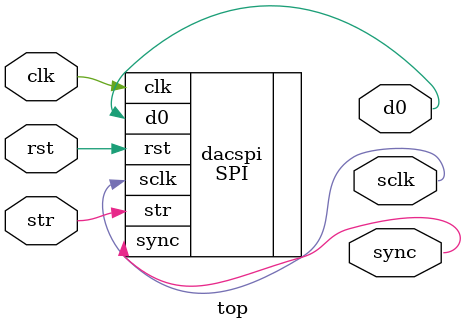
<source format=sv>
`timescale 1ns / 1ps

// Create Date: 13.05.2021 12:57:04
// Design Name: 
// Module Name: top

//////////////////////////////////////////////////////////////////////////////////


module top #(parameter nrbit = 16)(
    input clk,
    input rst,
    input str,
    output sclk,
    output logic d0,
    output sync);

 SPI #(.nrbit(nrbit)) dacspi(
     .clk(clk),
     .rst(rst),
     .str(str),
     .sclk(sclk),
     .d0(d0),
     .sync(sync)
    );
    
endmodule

</source>
